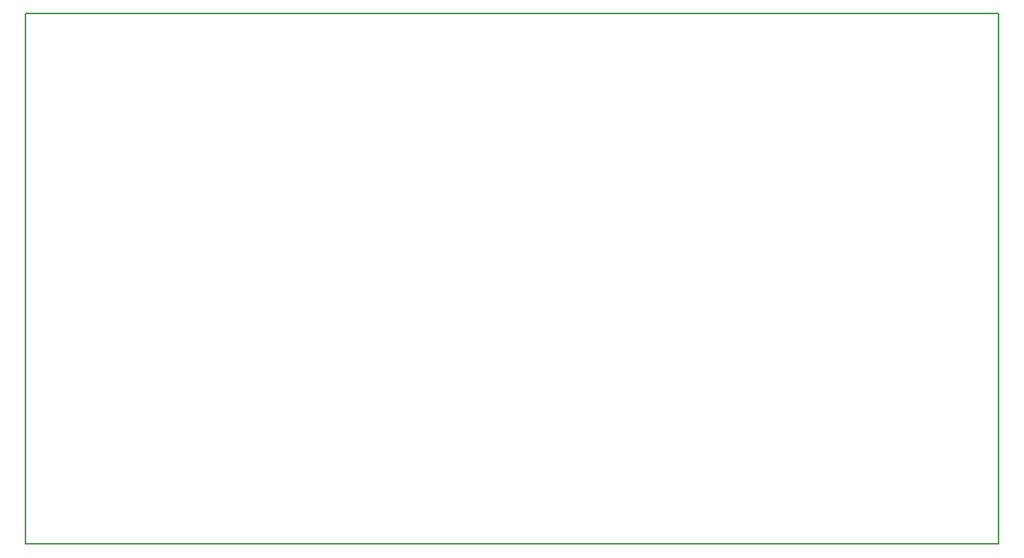
<source format=gko>
%FSLAX44Y44*%
%MOMM*%
G71*
G01*
G75*
G04 Layer_Color=16711935*
%ADD10C,0.2540*%
%ADD11C,0.5080*%
%ADD12C,0.5842*%
%ADD13C,1.2700*%
%ADD14R,0.9000X1.0000*%
%ADD15R,1.0160X0.7620*%
%ADD16R,1.8000X1.3000*%
%ADD17R,1.1430X1.2700*%
%ADD18R,1.0000X1.0000*%
%ADD19R,1.0000X1.0000*%
%ADD20R,1.0000X0.9000*%
G04:AMPARAMS|DCode=21|XSize=2.8mm|YSize=0.5mm|CornerRadius=0.125mm|HoleSize=0mm|Usage=FLASHONLY|Rotation=180.000|XOffset=0mm|YOffset=0mm|HoleType=Round|Shape=RoundedRectangle|*
%AMROUNDEDRECTD21*
21,1,2.8000,0.2500,0,0,180.0*
21,1,2.5500,0.5000,0,0,180.0*
1,1,0.2500,-1.2750,0.1250*
1,1,0.2500,1.2750,0.1250*
1,1,0.2500,1.2750,-0.1250*
1,1,0.2500,-1.2750,-0.1250*
%
%ADD21ROUNDEDRECTD21*%
G04:AMPARAMS|DCode=22|XSize=3.5mm|YSize=2.05mm|CornerRadius=0.5125mm|HoleSize=0mm|Usage=FLASHONLY|Rotation=180.000|XOffset=0mm|YOffset=0mm|HoleType=Round|Shape=RoundedRectangle|*
%AMROUNDEDRECTD22*
21,1,3.5000,1.0250,0,0,180.0*
21,1,2.4750,2.0500,0,0,180.0*
1,1,1.0250,-1.2375,0.5125*
1,1,1.0250,1.2375,0.5125*
1,1,1.0250,1.2375,-0.5125*
1,1,1.0250,-1.2375,-0.5125*
%
%ADD22ROUNDEDRECTD22*%
G04:AMPARAMS|DCode=23|XSize=4mm|YSize=2.05mm|CornerRadius=0.5125mm|HoleSize=0mm|Usage=FLASHONLY|Rotation=180.000|XOffset=0mm|YOffset=0mm|HoleType=Round|Shape=RoundedRectangle|*
%AMROUNDEDRECTD23*
21,1,4.0000,1.0250,0,0,180.0*
21,1,2.9750,2.0500,0,0,180.0*
1,1,1.0250,-1.4875,0.5125*
1,1,1.0250,1.4875,0.5125*
1,1,1.0250,1.4875,-0.5125*
1,1,1.0250,-1.4875,-0.5125*
%
%ADD23ROUNDEDRECTD23*%
G04:AMPARAMS|DCode=24|XSize=3.5mm|YSize=2.05mm|CornerRadius=0.5125mm|HoleSize=0mm|Usage=FLASHONLY|Rotation=180.000|XOffset=0mm|YOffset=0mm|HoleType=Round|Shape=RoundedRectangle|*
%AMROUNDEDRECTD24*
21,1,3.5000,1.0250,0,0,180.0*
21,1,2.4750,2.0500,0,0,180.0*
1,1,1.0250,-1.2375,0.5125*
1,1,1.0250,1.2375,0.5125*
1,1,1.0250,1.2375,-0.5125*
1,1,1.0250,-1.2375,-0.5125*
%
%ADD24ROUNDEDRECTD24*%
%ADD25O,0.6000X1.9000*%
%ADD26O,1.9000X0.6000*%
%ADD27O,0.6000X2.0500*%
%ADD28O,2.0500X0.6000*%
%ADD29R,0.6000X0.8500*%
%ADD30C,1.0160*%
%ADD31C,0.7620*%
%ADD32C,0.3810*%
%ADD33R,2.5250X7.2000*%
%ADD34R,4.1500X2.0750*%
%ADD35R,2.7250X2.0750*%
%ADD36R,1.2250X7.2000*%
%ADD37C,1.6500*%
%ADD38R,1.6500X1.6500*%
%ADD39C,1.6000*%
%ADD40O,1.5000X2.5000*%
%ADD41R,1.5000X2.5000*%
%ADD42O,4.0000X2.0000*%
%ADD43O,2.0000X4.5000*%
%ADD44O,2.0000X4.0000*%
%ADD45C,2.0000*%
%ADD46C,1.7000*%
%ADD47C,0.9000*%
%ADD48C,6.0000*%
%ADD49C,1.5000*%
%ADD50R,1.5000X1.5000*%
%ADD51C,5.0000*%
%ADD52C,0.7000*%
%ADD53C,1.2700*%
%ADD54C,0.2500*%
%ADD55C,0.2000*%
%ADD56C,1.0000*%
%ADD57C,0.6000*%
%ADD58C,0.1000*%
%ADD59C,0.5000*%
%ADD60C,0.1016*%
%ADD61R,1.9000X4.1000*%
%ADD62R,1.7500X7.7750*%
%ADD63R,3.1250X0.8750*%
%ADD64R,1.1032X1.2032*%
%ADD65R,1.2192X0.9652*%
%ADD66R,2.0032X1.5032*%
%ADD67R,1.3462X1.4732*%
%ADD68R,1.2032X1.2032*%
%ADD69R,1.2032X1.2032*%
%ADD70R,1.2032X1.1032*%
G04:AMPARAMS|DCode=71|XSize=3.0032mm|YSize=0.7032mm|CornerRadius=0.2266mm|HoleSize=0mm|Usage=FLASHONLY|Rotation=180.000|XOffset=0mm|YOffset=0mm|HoleType=Round|Shape=RoundedRectangle|*
%AMROUNDEDRECTD71*
21,1,3.0032,0.2500,0,0,180.0*
21,1,2.5500,0.7032,0,0,180.0*
1,1,0.4532,-1.2750,0.1250*
1,1,0.4532,1.2750,0.1250*
1,1,0.4532,1.2750,-0.1250*
1,1,0.4532,-1.2750,-0.1250*
%
%ADD71ROUNDEDRECTD71*%
G04:AMPARAMS|DCode=72|XSize=3.7032mm|YSize=2.2532mm|CornerRadius=0.6141mm|HoleSize=0mm|Usage=FLASHONLY|Rotation=180.000|XOffset=0mm|YOffset=0mm|HoleType=Round|Shape=RoundedRectangle|*
%AMROUNDEDRECTD72*
21,1,3.7032,1.0250,0,0,180.0*
21,1,2.4750,2.2532,0,0,180.0*
1,1,1.2282,-1.2375,0.5125*
1,1,1.2282,1.2375,0.5125*
1,1,1.2282,1.2375,-0.5125*
1,1,1.2282,-1.2375,-0.5125*
%
%ADD72ROUNDEDRECTD72*%
G04:AMPARAMS|DCode=73|XSize=4.2032mm|YSize=2.2532mm|CornerRadius=0.6141mm|HoleSize=0mm|Usage=FLASHONLY|Rotation=180.000|XOffset=0mm|YOffset=0mm|HoleType=Round|Shape=RoundedRectangle|*
%AMROUNDEDRECTD73*
21,1,4.2032,1.0250,0,0,180.0*
21,1,2.9750,2.2532,0,0,180.0*
1,1,1.2282,-1.4875,0.5125*
1,1,1.2282,1.4875,0.5125*
1,1,1.2282,1.4875,-0.5125*
1,1,1.2282,-1.4875,-0.5125*
%
%ADD73ROUNDEDRECTD73*%
G04:AMPARAMS|DCode=74|XSize=3.7032mm|YSize=2.2532mm|CornerRadius=0.6141mm|HoleSize=0mm|Usage=FLASHONLY|Rotation=180.000|XOffset=0mm|YOffset=0mm|HoleType=Round|Shape=RoundedRectangle|*
%AMROUNDEDRECTD74*
21,1,3.7032,1.0250,0,0,180.0*
21,1,2.4750,2.2532,0,0,180.0*
1,1,1.2282,-1.2375,0.5125*
1,1,1.2282,1.2375,0.5125*
1,1,1.2282,1.2375,-0.5125*
1,1,1.2282,-1.2375,-0.5125*
%
%ADD74ROUNDEDRECTD74*%
%ADD75O,0.8032X2.1032*%
%ADD76O,2.1032X0.8032*%
%ADD77O,0.8032X2.2532*%
%ADD78O,2.2532X0.8032*%
%ADD79R,0.8032X1.0532*%
%ADD80C,1.8532*%
%ADD81R,1.8532X1.8532*%
%ADD82C,1.8032*%
%ADD83O,1.7032X2.7032*%
%ADD84R,1.7032X2.7032*%
%ADD85O,4.2032X2.2032*%
%ADD86O,2.2032X4.7032*%
%ADD87O,2.2032X4.2032*%
%ADD88C,2.2032*%
%ADD89C,1.9032*%
%ADD90C,1.1032*%
%ADD91C,6.2032*%
%ADD92C,1.7032*%
%ADD93R,1.7032X1.7032*%
%ADD94C,5.2032*%
%ADD95C,0.7508*%
%ADD96C,1.4732*%
%ADD97C,0.4000*%
%ADD98R,4.0770X7.7750*%
%ADD99C,0.0500*%
%ADD100C,0.2032*%
D100*
X0Y0D02*
Y600000D01*
X1100000D01*
Y0D02*
Y600000D01*
X0Y0D02*
X1100000D01*
M02*

</source>
